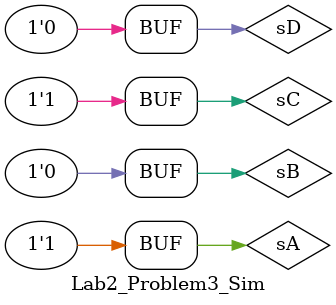
<source format=sv>
`timescale 1ns / 1ps


module Lab2_Problem3_Sim();
    logic sA, sB, sC, sD, sX, sY;
    
    Lab2_Problem3_MinimalTruthTable UUT (
        .A(sA), .B(sB), .C(sC), .D(sD), .X(sX), .Y(sY));
        
    initial begin
        sA = 0;
        sB = 0;
        sC = 0;
        sD = 0;
        #10;
        
        sA = 0;
        sB = 0;
        sC = 0;
        sD = 1;
        #10;
        
        sA = 0;
        sB = 0;
        sC = 1;
        sD = 1;
        #10;
        
        sA = 0;
        sB = 0;
        sC = 1;
        sD = 0;
        #10;
        
        sA = 0;
        sB = 1;
        sC = 0;
        sD = 0;
        #10;
        
        sA = 0;
        sB = 1;
        sC = 0;
        sD = 1;
        #10;
        
        sA = 0;
        sB = 1;
        sC = 1;
        sD = 1;
        #10;
        
        sA = 0;
        sB = 1;
        sC = 1;
        sD = 0;
        #10;
        
        sA = 1;
        sB = 1;
        sC = 0;
        sD = 0;
        #10;
        
        sA = 1;
        sB = 1;
        sC = 0;
        sD = 1;
        #10;
        
        sA = 1;
        sB = 1;
        sC = 1;
        sD = 1;
        #10;
        
        sA = 1;
        sB = 1;
        sC = 1;
        sD = 0;
        #10;
        
        sA = 1;
        sB = 0;
        sC = 0;
        sD = 0;
        #10;
        
        sA = 1;
        sB = 0;
        sC = 0;
        sD = 1;
        #10;
        
        sA = 1;
        sB = 0;
        sC = 1;
        sD = 1;
        #10;
        
        sA = 1;
        sB = 0;
        sC = 1;
        sD = 0;
        #10;
        
    end
endmodule

</source>
